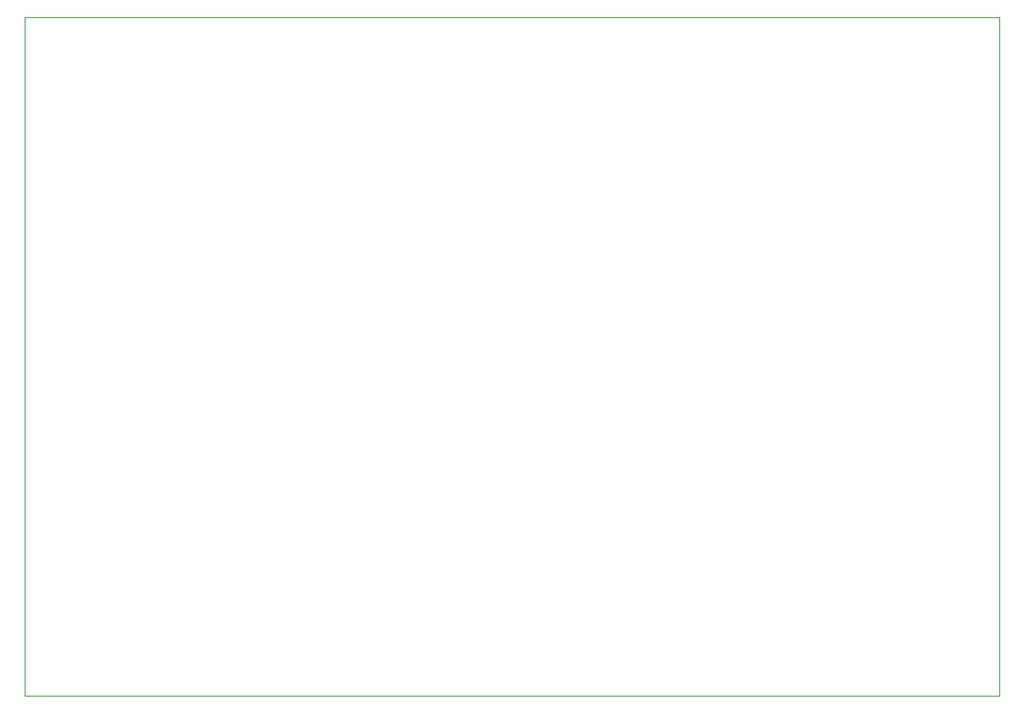
<source format=gbr>
%TF.GenerationSoftware,KiCad,Pcbnew,7.0.8-7.0.8~ubuntu20.04.1*%
%TF.CreationDate,2023-10-10T13:21:01+02:00*%
%TF.ProjectId,alarmclock,616c6172-6d63-46c6-9f63-6b2e6b696361,rev?*%
%TF.SameCoordinates,Original*%
%TF.FileFunction,Profile,NP*%
%FSLAX46Y46*%
G04 Gerber Fmt 4.6, Leading zero omitted, Abs format (unit mm)*
G04 Created by KiCad (PCBNEW 7.0.8-7.0.8~ubuntu20.04.1) date 2023-10-10 13:21:01*
%MOMM*%
%LPD*%
G01*
G04 APERTURE LIST*
%TA.AperFunction,Profile*%
%ADD10C,0.050000*%
%TD*%
G04 APERTURE END LIST*
D10*
X57620000Y-79860000D02*
X157950000Y-79860000D01*
X157950000Y-149710000D01*
X57620000Y-149710000D01*
X57620000Y-79860000D01*
M02*

</source>
